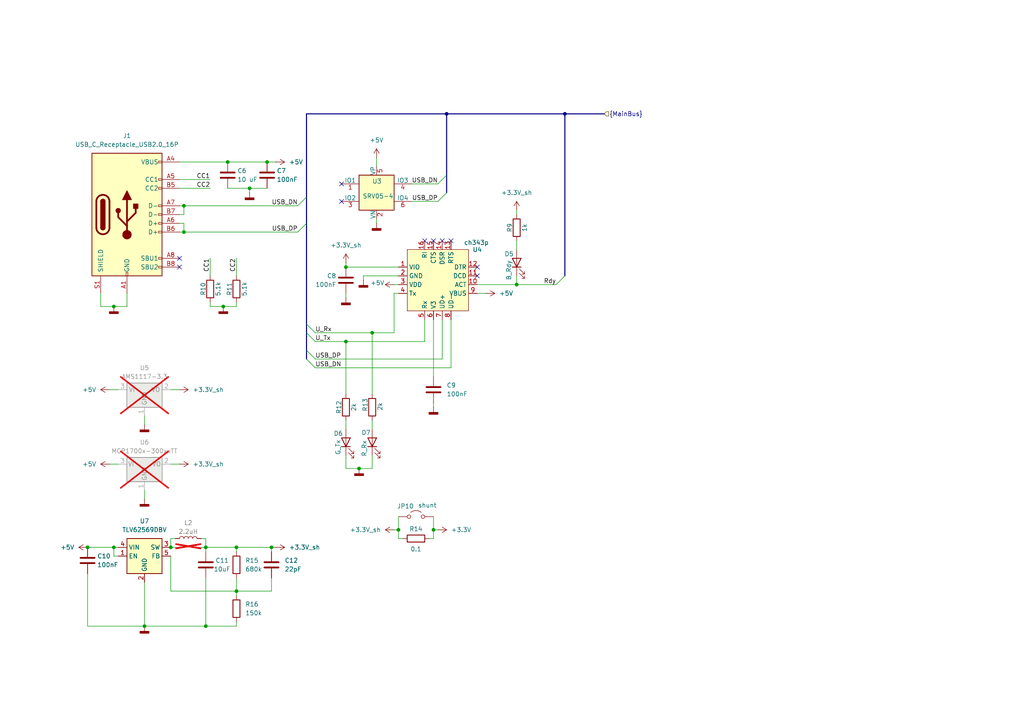
<source format=kicad_sch>
(kicad_sch (version 20231120) (generator "eeschema") (generator_version "8.0")
  (paper "A4")
  (lib_symbols
    (symbol "Connector:USB_C_Receptacle_USB2.0_16P" (pin_names (offset 1.016))
      (property "Reference" "J" (at 0 22.225 0))
      (property "Value" "USB_C_Receptacle_USB2.0_16P" (at 0 19.685 0))
      (symbol "USB_C_Receptacle_USB2.0_16P_0_0"
        (rectangle (start -0.254 -17.78) (end 0.254 -16.764))
        (rectangle (start 10.16 -14.986) (end 9.144 -15.494))
        (rectangle (start 10.16 -12.446) (end 9.144 -12.954))
        (rectangle (start 10.16 -4.826) (end 9.144 -5.334))
        (rectangle (start 10.16 -2.286) (end 9.144 -2.794))
        (rectangle (start 10.16 0.254) (end 9.144 -0.254))
        (rectangle (start 10.16 2.794) (end 9.144 2.286))
        (rectangle (start 10.16 7.874) (end 9.144 7.366))
        (rectangle (start 10.16 10.414) (end 9.144 9.906))
        (rectangle (start 10.16 15.494) (end 9.144 14.986))
      )
      (symbol "USB_C_Receptacle_USB2.0_16P_0_1"
        (rectangle (start -10.16 17.78) (end 10.16 -17.78) (stroke (width 0.254)) (fill (type background)))
        (arc (start -8.89 -3.81) (mid -6.985 -5.7067) (end -5.08 -3.81) (stroke (width 0.508)))
        (arc (start -7.62 -3.81) (mid -6.985 -4.4423) (end -6.35 -3.81) (stroke (width 0.254)))
        (arc (start -7.62 -3.81) (mid -6.985 -4.4423) (end -6.35 -3.81) (stroke (width 0.254)) (fill (type outline)))
        (rectangle (start -7.62 -3.81) (end -6.35 3.81) (stroke (width 0.254)) (fill (type outline)))
        (arc (start -6.35 3.81) (mid -6.985 4.4423) (end -7.62 3.81) (stroke (width 0.254)))
        (arc (start -6.35 3.81) (mid -6.985 4.4423) (end -7.62 3.81) (stroke (width 0.254)) (fill (type outline)))
        (arc (start -5.08 3.81) (mid -6.985 5.7067) (end -8.89 3.81) (stroke (width 0.508)))
        (circle (center -2.54 1.143) (radius 0.635) (stroke (width 0.254)) (fill (type outline)))
        (circle (center 0 -5.842) (radius 1.27) (fill (type outline)))
        (polyline (pts (xy -8.89 -3.81) (xy -8.89 3.81)) (stroke (width 0.508)))
        (polyline (pts (xy -5.08 3.81) (xy -5.08 -3.81)) (stroke (width 0.508)))
        (polyline (pts (xy 0 -5.842) (xy 0 4.318)) (stroke (width 0.508)))
        (polyline (pts (xy 0 -3.302) (xy -2.54 -0.762) (xy -2.54 0.508)) (stroke (width 0.508)))
        (polyline (pts (xy 0 -2.032) (xy 2.54 0.508) (xy 2.54 1.778)) (stroke (width 0.508)))
        (polyline (pts (xy -1.27 4.318) (xy 0 6.858) (xy 1.27 4.318) (xy -1.27 4.318)) (stroke (width 0.254)) (fill (type outline)))
        (rectangle (start 1.905 1.778) (end 3.175 3.048) (stroke (width 0.254)) (fill (type outline)))
      )
      (symbol "USB_C_Receptacle_USB2.0_16P_1_1"
        (pin passive line (at 0 -22.86 90) (length 5.08) (name "GND") (number "A1"))
        (pin passive line (at 0 -22.86 90) (length 5.08) hide (name "GND") (number "A12"))
        (pin passive line (at 15.24 15.24 180) (length 5.08) (name "VBUS") (number "A4"))
        (pin bidirectional line (at 15.24 10.16 180) (length 5.08) (name "CC1") (number "A5"))
        (pin bidirectional line (at 15.24 -2.54 180) (length 5.08) (name "D+") (number "A6"))
        (pin bidirectional line (at 15.24 2.54 180) (length 5.08) (name "D-") (number "A7"))
        (pin bidirectional line (at 15.24 -12.7 180) (length 5.08) (name "SBU1") (number "A8"))
        (pin passive line (at 15.24 15.24 180) (length 5.08) hide (name "VBUS") (number "A9"))
        (pin passive line (at 0 -22.86 90) (length 5.08) hide (name "GND") (number "B1"))
        (pin passive line (at 0 -22.86 90) (length 5.08) hide (name "GND") (number "B12"))
        (pin passive line (at 15.24 15.24 180) (length 5.08) hide (name "VBUS") (number "B4"))
        (pin bidirectional line (at 15.24 7.62 180) (length 5.08) (name "CC2") (number "B5"))
        (pin bidirectional line (at 15.24 -5.08 180) (length 5.08) (name "D+") (number "B6"))
        (pin bidirectional line (at 15.24 0 180) (length 5.08) (name "D-") (number "B7"))
        (pin bidirectional line (at 15.24 -15.24 180) (length 5.08) (name "SBU2") (number "B8"))
        (pin passive line (at 15.24 15.24 180) (length 5.08) hide (name "VBUS") (number "B9"))
        (pin passive line (at -7.62 -22.86 90) (length 5.08) (name "SHIELD") (number "S1"))
      )
    )
    (symbol "Device:C" (pin_numbers hide) (pin_names (offset 0.254))
      (property "Reference" "C" (at 0.635 2.54 0))
      (property "Value" "C" (at 0.635 -2.54 0))
      (symbol "C_0_1"
        (polyline (pts (xy -2.032 -0.762) (xy 2.032 -0.762)) (stroke (width 0.508)))
        (polyline (pts (xy -2.032 0.762) (xy 2.032 0.762)) (stroke (width 0.508)))
      )
      (symbol "C_1_1"
        (pin passive line (at 0 3.81 270) (length 2.794) (name "~") (number "1"))
        (pin passive line (at 0 -3.81 90) (length 2.794) (name "~") (number "2"))
      )
    )
    (symbol "Device:L" (pin_numbers hide) (pin_names (offset 1.016) hide)
      (property "Reference" "L" (at -1.27 0 90))
      (property "Value" "L" (at 1.905 0 90))
      (symbol "L_0_1"
        (arc (start 0 -2.54) (mid 0.6323 -1.905) (end 0 -1.27))
        (arc (start 0 -1.27) (mid 0.6323 -0.635) (end 0 0))
        (arc (start 0 0) (mid 0.6323 0.635) (end 0 1.27))
        (arc (start 0 1.27) (mid 0.6323 1.905) (end 0 2.54))
      )
      (symbol "L_1_1"
        (pin passive line (at 0 3.81 270) (length 1.27) (name "1") (number "1"))
        (pin passive line (at 0 -3.81 90) (length 1.27) (name "2") (number "2"))
      )
    )
    (symbol "Device:LED" (pin_numbers hide) (pin_names (offset 1.016) hide)
      (property "Reference" "D" (at 0 2.54 0))
      (property "Value" "LED" (at 0 -2.54 0))
      (symbol "LED_0_1"
        (polyline (pts (xy -1.27 -1.27) (xy -1.27 1.27)) (stroke (width 0.254)))
        (polyline (pts (xy -1.27 0) (xy 1.27 0)))
        (polyline (pts (xy 1.27 -1.27) (xy 1.27 1.27) (xy -1.27 0) (xy 1.27 -1.27)) (stroke (width 0.254)))
        (polyline (pts (xy -3.048 -0.762) (xy -4.572 -2.286) (xy -3.81 -2.286) (xy -4.572 -2.286) (xy -4.572 -1.524)))
        (polyline (pts (xy -1.778 -0.762) (xy -3.302 -2.286) (xy -2.54 -2.286) (xy -3.302 -2.286) (xy -3.302 -1.524)))
      )
      (symbol "LED_1_1"
        (pin passive line (at -3.81 0 0) (length 2.54) (name "K") (number "1"))
        (pin passive line (at 3.81 0 180) (length 2.54) (name "A") (number "2"))
      )
    )
    (symbol "Device:R" (pin_numbers hide) (pin_names (offset 0))
      (property "Reference" "R" (at 2.032 0 90))
      (property "Value" "R" (at 0 0 90))
      (symbol "R_0_1"
        (rectangle (start -1.016 -2.54) (end 1.016 2.54) (stroke (width 0.254)))
      )
      (symbol "R_1_1"
        (pin passive line (at 0 3.81 270) (length 1.27) (name "~") (number "1"))
        (pin passive line (at 0 -3.81 90) (length 1.27) (name "~") (number "2"))
      )
    )
    (symbol "Jumper:Jumper_2_Open" (pin_numbers hide) (pin_names (offset 0) hide) (exclude_from_sim yes)
      (property "Reference" "JP" (at 0 2.794 0))
      (property "Value" "Jumper_2_Open" (at 0 -2.286 0))
      (symbol "Jumper_2_Open_0_0"
        (circle (center -2.032 0) (radius 0.508))
        (circle (center 2.032 0) (radius 0.508))
      )
      (symbol "Jumper_2_Open_0_1"
        (arc (start 1.524 1.27) (mid 0 1.778) (end -1.524 1.27))
      )
      (symbol "Jumper_2_Open_1_1"
        (pin passive line (at -5.08 0 0) (length 2.54) (name "A") (number "1"))
        (pin passive line (at 5.08 0 180) (length 2.54) (name "B") (number "2"))
      )
    )
    (symbol "LocalLib_comp:CH343P"
      (property "Reference" "U" (at 0 0 0))
      (symbol "CH343P_1_1"
        (rectangle (start -8.89 8.89) (end 8.89 -8.89) (fill (type background)))
        (pin input line (at -11.43 3.81 0) (length 2.54) (name "VIO") (number "1"))
        (pin output line (at 11.43 -1.27 180) (length 2.54) (name "ACT") (number "10"))
        (pin output line (at 11.43 1.27 180) (length 2.54) (name "DCD") (number "11"))
        (pin output line (at 11.43 3.81 180) (length 2.54) (name "DTR") (number "12"))
        (pin output line (at 3.81 11.43 270) (length 2.54) (name "RTS") (number "13"))
        (pin output line (at 1.27 11.43 270) (length 2.54) (name "DSR") (number "14"))
        (pin output line (at -1.27 11.43 270) (length 2.54) (name "CTS") (number "15"))
        (pin output line (at -3.81 11.43 270) (length 2.54) (name "RI") (number "16"))
        (pin input line (at -11.43 1.27 0) (length 2.54) hide (name "GND") (number "17"))
        (pin input line (at -11.43 1.27 0) (length 2.54) (name "GND") (number "2"))
        (pin input line (at -11.43 -1.27 0) (length 2.54) (name "VDD") (number "3"))
        (pin output line (at -11.43 -3.81 0) (length 2.54) (name "Tx") (number "4"))
        (pin input line (at -3.81 -11.43 90) (length 2.54) (name "Rx") (number "5"))
        (pin power_out line (at -1.27 -11.43 90) (length 2.54) (name "V3") (number "6"))
        (pin input line (at 1.27 -11.43 90) (length 2.54) (name "UD+") (number "7"))
        (pin input line (at 3.81 -11.43 90) (length 2.54) (name "UD-") (number "8"))
        (pin power_in line (at 11.43 -3.81 180) (length 2.54) (name "VBUS") (number "9"))
      )
    )
    (symbol "Power_Protection:SRV05-4" (pin_names (offset 0))
      (property "Reference" "U4" (at 3.048 14.986 0))
      (property "Value" "SRV05-4" (at 3.048 12.192 0))
      (symbol "SRV05-4_0_1"
        (rectangle (start -5.08 5.08) (end 5.08 -5.08) (stroke (width 0.254)) (fill (type background)))
      )
      (symbol "SRV05-4_1_1"
        (pin passive line (at -10.16 2.54 0) (length 5.08) (name "IO1") (number "1"))
        (pin passive line (at 0 -7.62 90) (length 2.54) (name "VN") (number "2"))
        (pin passive line (at -10.16 -2.54 0) (length 5.08) (name "IO2") (number "3"))
        (pin passive line (at 10.16 2.54 180) (length 5.08) (name "IO3") (number "4"))
        (pin passive line (at 0 7.62 270) (length 2.54) (name "VP") (number "5"))
        (pin passive line (at 10.16 -2.54 180) (length 5.08) (name "IO4") (number "6"))
      )
    )
    (symbol "Regulator_Linear:AMS1117-3.3"
      (property "Reference" "U" (at -3.81 3.175 0))
      (property "Value" "AMS1117-3.3" (at 0 3.175 0))
      (symbol "AMS1117-3.3_0_1"
        (rectangle (start -5.08 -5.08) (end 5.08 1.905) (stroke (width 0.254)) (fill (type background)))
      )
      (symbol "AMS1117-3.3_1_1"
        (pin power_in line (at 0 -7.62 90) (length 2.54) (name "GND") (number "1"))
        (pin power_out line (at 7.62 0 180) (length 2.54) (name "VO") (number "2"))
        (pin power_in line (at -7.62 0 0) (length 2.54) (name "VI") (number "3"))
      )
    )
    (symbol "Regulator_Linear:MCP1700x-300xxTT" (pin_names (offset 0.254))
      (property "Reference" "U" (at -3.81 3.175 0))
      (property "Value" "MCP1700x-300xxTT" (at 0 3.175 0))
      (symbol "MCP1700x-300xxTT_0_1"
        (rectangle (start -5.08 1.905) (end 5.08 -5.08) (stroke (width 0.254)) (fill (type background)))
      )
      (symbol "MCP1700x-300xxTT_1_1"
        (pin power_in line (at 0 -7.62 90) (length 2.54) (name "GND") (number "1"))
        (pin power_out line (at 7.62 0 180) (length 2.54) (name "VO") (number "2"))
        (pin power_in line (at -7.62 0 0) (length 2.54) (name "VI") (number "3"))
      )
    )
    (symbol "Regulator_Switching:TLV62569DBV"
      (property "Reference" "U" (at -5.08 6.35 0))
      (property "Value" "TLV62569DBV" (at 0 6.35 0))
      (symbol "TLV62569DBV_0_1"
        (rectangle (start -5.08 5.08) (end 5.08 -5.08) (stroke (width 0.254)) (fill (type background)))
      )
      (symbol "TLV62569DBV_1_1"
        (pin input line (at -7.62 0 0) (length 2.54) (name "EN") (number "1"))
        (pin power_in line (at 0 -7.62 90) (length 2.54) (name "GND") (number "2"))
        (pin power_out line (at 7.62 2.54 180) (length 2.54) (name "SW") (number "3"))
        (pin power_in line (at -7.62 2.54 0) (length 2.54) (name "VIN") (number "4"))
        (pin input line (at 7.62 0 180) (length 2.54) (name "FB") (number "5"))
      )
    )
    (symbol "power:+3.3V" (power) (pin_numbers hide) (pin_names (offset 0) hide)
      (property "Value" "+3.3V" (at 0 3.556 0))
      (symbol "+3.3V_0_1"
        (polyline (pts (xy -0.762 1.27) (xy 0 2.54)))
        (polyline (pts (xy 0 0) (xy 0 2.54)))
        (polyline (pts (xy 0 2.54) (xy 0.762 1.27)))
      )
      (symbol "+3.3V_1_1"
        (pin power_in line (at 0 0 90) (length 0) (name "~") (number "1"))
      )
    )
    (symbol "power:+5V" (power) (pin_numbers hide) (pin_names (offset 0) hide)
      (property "Value" "+5V" (at 0 3.556 0))
      (symbol "+5V_0_1"
        (polyline (pts (xy -0.762 1.27) (xy 0 2.54)))
        (polyline (pts (xy 0 0) (xy 0 2.54)))
        (polyline (pts (xy 0 2.54) (xy 0.762 1.27)))
      )
      (symbol "+5V_1_1"
        (pin power_in line (at 0 0 90) (length 0) (name "~") (number "1"))
      )
    )
    (symbol "power:GNDD" (power) (pin_numbers hide) (pin_names (offset 0) hide)
      (property "Value" "GNDD" (at 0 -3.175 0))
      (symbol "GNDD_0_1"
        (rectangle (start -1.27 -1.524) (end 1.27 -2.032) (stroke (width 0.254)) (fill (type outline)))
        (polyline (pts (xy 0 0) (xy 0 -1.524)))
      )
      (symbol "GNDD_1_1"
        (pin power_in line (at 0 0 270) (length 0) (name "~") (number "1"))
      )
    )
  )
  (bus_alias "MainBus" (members "USB_DN" "USB_DP" "Rdy" "U_Tx" "U_Rx" "PF2" "PC14" "PC15" "PB0" "PB6" "PB7" "PA14" "PA13" "PA0" "PA1" "PA2" "PA3" "PA4" "PA5" "PA6" "PA7" "PA11" "PA12"))
  (junction (at 104.14 135.89))
  (junction (at 33.02 158.75))
  (junction (at 129.54 33.02))
  (junction (at 125.73 153.67))
  (junction (at 25.4 158.75))
  (junction (at 33.02 88.9))
  (junction (at 59.69 181.61))
  (junction (at 49.53 158.75))
  (junction (at 68.58 171.45))
  (junction (at 100.33 99.06))
  (junction (at 53.34 59.69))
  (junction (at 77.47 46.99))
  (junction (at 41.91 181.61))
  (junction (at 149.86 82.55))
  (junction (at 115.57 153.67))
  (junction (at 64.77 88.9))
  (junction (at 59.69 158.75))
  (junction (at 68.58 158.75))
  (junction (at 72.39 54.61))
  (junction (at 163.83 33.02))
  (junction (at 78.74 158.75))
  (junction (at 107.95 96.52))
  (junction (at 53.34 67.31))
  (junction (at 100.33 77.47))
  (junction (at 66.04 46.99))
  (no_connect (at 128.27 69.85))
  (no_connect (at 52.07 77.47))
  (no_connect (at 138.43 77.47))
  (no_connect (at 125.73 69.85))
  (no_connect (at 52.07 74.93))
  (no_connect (at 99.06 58.42))
  (no_connect (at 123.19 69.85))
  (no_connect (at 138.43 80.01))
  (no_connect (at 99.06 53.34))
  (no_connect (at 130.81 69.85))
  (bus_entry (at 88.9 57.15) (size -2.54 2.54))
  (bus_entry (at 129.54 55.88) (size -2.54 2.54))
  (bus_entry (at 88.9 104.14) (size 2.54 2.54))
  (bus_entry (at 129.54 50.8) (size -2.54 2.54))
  (bus_entry (at 88.9 64.77) (size -2.54 2.54))
  (bus_entry (at 88.9 101.6) (size 2.54 2.54))
  (bus_entry (at 163.83 80.01) (size -2.54 2.54))
  (bus_entry (at 88.9 96.52) (size 2.54 2.54))
  (bus_entry (at 88.9 93.98) (size 2.54 2.54))
  (bus (pts (xy 163.83 33.02) (xy 163.83 80.01)))
  (wire (pts (xy 53.34 59.69) (xy 86.36 59.69)))
  (wire (pts (xy 59.69 158.75) (xy 68.58 158.75)))
  (wire (pts (xy 52.07 59.69) (xy 53.34 59.69)))
  (wire (pts (xy 125.73 92.71) (xy 125.73 109.22)))
  (wire (pts (xy 25.4 158.75) (xy 33.02 158.75)))
  (wire (pts (xy 52.07 52.07) (xy 60.96 52.07)))
  (wire (pts (xy 130.81 106.68) (xy 130.81 92.71)))
  (wire (pts (xy 60.96 74.93) (xy 60.96 80.01)))
  (wire (pts (xy 34.29 161.29) (xy 33.02 161.29)))
  (wire (pts (xy 100.33 77.47) (xy 115.57 77.47)))
  (bus (pts (xy 129.54 33.02) (xy 163.83 33.02)))
  (wire (pts (xy 109.22 45.72) (xy 109.22 48.26)))
  (wire (pts (xy 66.04 54.61) (xy 72.39 54.61)))
  (wire (pts (xy 72.39 54.61) (xy 72.39 55.88)))
  (wire (pts (xy 114.3 82.55) (xy 115.57 82.55)))
  (wire (pts (xy 119.38 53.34) (xy 127 53.34)))
  (wire (pts (xy 114.3 85.09) (xy 115.57 85.09)))
  (wire (pts (xy 60.96 88.9) (xy 64.77 88.9)))
  (wire (pts (xy 49.53 156.21) (xy 50.8 156.21)))
  (wire (pts (xy 52.07 64.77) (xy 53.34 64.77)))
  (wire (pts (xy 68.58 158.75) (xy 78.74 158.75)))
  (wire (pts (xy 49.53 156.21) (xy 49.53 158.75)))
  (bus (pts (xy 88.9 64.77) (xy 88.9 93.98)))
  (wire (pts (xy 68.58 88.9) (xy 68.58 87.63)))
  (wire (pts (xy 52.07 67.31) (xy 53.34 67.31)))
  (wire (pts (xy 125.73 118.11) (xy 125.73 116.84)))
  (wire (pts (xy 68.58 167.64) (xy 68.58 171.45)))
  (wire (pts (xy 100.33 99.06) (xy 123.19 99.06)))
  (wire (pts (xy 33.02 88.9) (xy 36.83 88.9)))
  (wire (pts (xy 78.74 167.64) (xy 78.74 171.45)))
  (wire (pts (xy 119.38 58.42) (xy 127 58.42)))
  (wire (pts (xy 127 153.67) (xy 125.73 153.67)))
  (wire (pts (xy 29.21 88.9) (xy 33.02 88.9)))
  (wire (pts (xy 72.39 54.61) (xy 77.47 54.61)))
  (wire (pts (xy 115.57 156.21) (xy 116.84 156.21)))
  (wire (pts (xy 115.57 153.67) (xy 115.57 156.21)))
  (wire (pts (xy 80.01 46.99) (xy 77.47 46.99)))
  (wire (pts (xy 114.3 96.52) (xy 107.95 96.52)))
  (wire (pts (xy 31.75 113.03) (xy 34.29 113.03)))
  (wire (pts (xy 161.29 82.55) (xy 149.86 82.55)))
  (wire (pts (xy 59.69 160.02) (xy 59.69 158.75)))
  (wire (pts (xy 66.04 46.99) (xy 52.07 46.99)))
  (wire (pts (xy 52.07 62.23) (xy 53.34 62.23)))
  (wire (pts (xy 68.58 171.45) (xy 78.74 171.45)))
  (wire (pts (xy 100.33 99.06) (xy 100.33 114.3)))
  (wire (pts (xy 123.19 99.06) (xy 123.19 92.71)))
  (wire (pts (xy 107.95 96.52) (xy 107.95 114.3)))
  (wire (pts (xy 36.83 85.09) (xy 36.83 88.9)))
  (wire (pts (xy 49.53 158.75) (xy 50.8 158.75)))
  (wire (pts (xy 68.58 74.93) (xy 68.58 80.01)))
  (wire (pts (xy 100.33 121.92) (xy 100.33 124.46)))
  (bus (pts (xy 88.9 57.15) (xy 88.9 64.77)))
  (wire (pts (xy 140.97 85.09) (xy 138.43 85.09)))
  (wire (pts (xy 91.44 96.52) (xy 107.95 96.52)))
  (wire (pts (xy 114.3 153.67) (xy 115.57 153.67)))
  (wire (pts (xy 100.33 132.08) (xy 100.33 135.89)))
  (wire (pts (xy 64.77 88.9) (xy 68.58 88.9)))
  (wire (pts (xy 59.69 181.61) (xy 68.58 181.61)))
  (wire (pts (xy 107.95 124.46) (xy 107.95 121.92)))
  (wire (pts (xy 125.73 153.67) (xy 125.73 156.21)))
  (wire (pts (xy 109.22 64.77) (xy 109.22 63.5)))
  (wire (pts (xy 68.58 180.34) (xy 68.58 181.61)))
  (wire (pts (xy 33.02 158.75) (xy 34.29 158.75)))
  (wire (pts (xy 114.3 96.52) (xy 114.3 85.09)))
  (wire (pts (xy 41.91 181.61) (xy 59.69 181.61)))
  (wire (pts (xy 58.42 158.75) (xy 59.69 158.75)))
  (wire (pts (xy 115.57 149.86) (xy 115.57 153.67)))
  (wire (pts (xy 80.01 158.75) (xy 78.74 158.75)))
  (wire (pts (xy 53.34 67.31) (xy 86.36 67.31)))
  (wire (pts (xy 49.53 171.45) (xy 68.58 171.45)))
  (wire (pts (xy 125.73 149.86) (xy 125.73 153.67)))
  (wire (pts (xy 41.91 144.78) (xy 41.91 142.24)))
  (wire (pts (xy 149.86 82.55) (xy 149.86 80.01)))
  (wire (pts (xy 100.33 86.36) (xy 100.33 85.09)))
  (bus (pts (xy 88.9 96.52) (xy 88.9 101.6)))
  (wire (pts (xy 31.75 134.62) (xy 34.29 134.62)))
  (bus (pts (xy 88.9 101.6) (xy 88.9 104.14)))
  (wire (pts (xy 77.47 46.99) (xy 66.04 46.99)))
  (wire (pts (xy 25.4 181.61) (xy 41.91 181.61)))
  (wire (pts (xy 60.96 87.63) (xy 60.96 88.9)))
  (wire (pts (xy 68.58 158.75) (xy 68.58 160.02)))
  (wire (pts (xy 52.07 134.62) (xy 49.53 134.62)))
  (wire (pts (xy 149.86 60.96) (xy 149.86 62.23)))
  (wire (pts (xy 68.58 171.45) (xy 68.58 172.72)))
  (wire (pts (xy 25.4 166.37) (xy 25.4 181.61)))
  (wire (pts (xy 100.33 76.2) (xy 100.33 77.47)))
  (wire (pts (xy 104.14 135.89) (xy 107.95 135.89)))
  (wire (pts (xy 91.44 104.14) (xy 128.27 104.14)))
  (wire (pts (xy 33.02 161.29) (xy 33.02 158.75)))
  (wire (pts (xy 41.91 168.91) (xy 41.91 181.61)))
  (wire (pts (xy 91.44 106.68) (xy 130.81 106.68)))
  (bus (pts (xy 129.54 50.8) (xy 129.54 55.88)))
  (wire (pts (xy 128.27 104.14) (xy 128.27 92.71)))
  (wire (pts (xy 53.34 62.23) (xy 53.34 59.69)))
  (wire (pts (xy 53.34 64.77) (xy 53.34 67.31)))
  (wire (pts (xy 29.21 85.09) (xy 29.21 88.9)))
  (bus (pts (xy 88.9 33.02) (xy 88.9 57.15)))
  (wire (pts (xy 52.07 54.61) (xy 60.96 54.61)))
  (wire (pts (xy 41.91 123.19) (xy 41.91 120.65)))
  (wire (pts (xy 149.86 69.85) (xy 149.86 72.39)))
  (wire (pts (xy 105.41 80.01) (xy 115.57 80.01)))
  (wire (pts (xy 107.95 132.08) (xy 107.95 135.89)))
  (wire (pts (xy 59.69 167.64) (xy 59.69 181.61)))
  (bus (pts (xy 88.9 93.98) (xy 88.9 96.52)))
  (bus (pts (xy 129.54 33.02) (xy 129.54 50.8)))
  (wire (pts (xy 49.53 161.29) (xy 49.53 171.45)))
  (wire (pts (xy 105.41 81.28) (xy 105.41 80.01)))
  (wire (pts (xy 59.69 156.21) (xy 58.42 156.21)))
  (wire (pts (xy 59.69 156.21) (xy 59.69 158.75)))
  (wire (pts (xy 125.73 156.21) (xy 124.46 156.21)))
  (wire (pts (xy 91.44 99.06) (xy 100.33 99.06)))
  (bus (pts (xy 163.83 33.02) (xy 175.26 33.02)))
  (wire (pts (xy 78.74 158.75) (xy 78.74 160.02)))
  (wire (pts (xy 100.33 135.89) (xy 104.14 135.89)))
  (bus (pts (xy 88.9 33.02) (xy 129.54 33.02)))
  (wire (pts (xy 52.07 113.03) (xy 49.53 113.03)))
  (wire (pts (xy 138.43 82.55) (xy 149.86 82.55)))
  (label "CC2" (at 60.96 54.61 180))
  (label "USB_DP" (at 91.44 104.14 0))
  (label "USB_DN" (at 86.36 59.69 180))
  (label "USB_DN" (at 91.44 106.68 0))
  (label "CC2" (at 68.58 74.93 270))
  (label "Rdy" (at 161.29 82.55 180))
  (label "USB_DN" (at 127 53.34 180))
  (label "USB_DP" (at 127 58.42 180))
  (label "CC1" (at 60.96 52.07 180))
  (label "U_Rx" (at 91.44 96.52 0))
  (label "USB_DP" (at 86.36 67.31 180))
  (label "U_Tx" (at 91.44 99.06 0))
  (label "CC1" (at 60.96 74.93 270))
  (hierarchical_label "{MainBus}" (shape input) (at 175.26 33.02 0))
  (symbol (lib_id "power:+5V") (at 109.22 45.72 0) (unit 1)
    (property "Reference" "#PWR013" (effects (hide yes)))
    (property "Value" "+5V" (at 109.22 40.64 0))
    (property "Description" "Power symbol creates a global label with name \"+5V\"" (effects (hide yes)))
  )
  (symbol (lib_id "power:GNDD") (at 41.91 123.19 0) (unit 1)
    (property "Reference" "#PWR028" (effects (hide yes)))
    (property "Value" "GNDD" (effects (hide yes)))
    (property "Description" "Power symbol creates a global label with name \"GNDD\" , digital ground" (effects (hide yes)))
  )
  (symbol (lib_id "power:GNDD") (at 109.22 64.77 0) (unit 1)
    (property "Reference" "#PWR017" (effects (hide yes)))
    (property "Value" "GNDD" (effects (hide yes)))
    (property "Description" "Power symbol creates a global label with name \"GNDD\" , digital ground" (effects (hide yes)))
  )
  (symbol (lib_id "Device:LED") (at 100.33 128.27 90) (unit 1)
    (property "Reference" "D6" (at 96.774 125.73 90) (effects (justify right)))
    (property "Value" "G_Tx" (at 98.044 127.508 0) (effects (justify right)))
    (property "Footprint" "LED_SMD:LED_0805_2012Metric_Pad1.15x1.40mm_HandSolder" (effects (hide yes)))
    (property "Description" "Light emitting diode" (effects (hide yes)))
  )
  (symbol (lib_id "Jumper:Jumper_2_Open") (at 120.65 149.86 0) (unit 1) (exclude_from_sim yes)
    (property "Reference" "JP10" (at 117.602 146.812 0))
    (property "Value" "shunt" (at 123.952 146.558 0))
    (property "Footprint" "LocalLib:Jumper_0603" (effects (hide yes)))
    (property "Description" "Jumper, 2-pole, open" (effects (hide yes)))
  )
  (symbol (lib_id "Device:L") (at 54.61 158.75 90) (unit 1) (dnp yes)
    (property "Reference" "L2" (at 54.61 151.638 90))
    (property "Value" "2.2uH" (at 54.61 154.178 90))
    (property "Footprint" "Inductor_SMD:L_1008_2520Metric" (effects (hide yes)))
    (property "Description" "Inductor" (effects (hide yes)))
  )
  (symbol (lib_id "power:+5V") (at 31.75 134.62 90) (unit 1)
    (property "Reference" "#PWR029" (effects (hide yes)))
    (property "Value" "+5V" (at 27.94 134.6199 90) (effects (justify left)))
    (property "Description" "Power symbol creates a global label with name \"+5V\"" (effects (hide yes)))
  )
  (symbol (lib_id "power:GNDD") (at 125.73 118.11 0) (unit 1)
    (property "Reference" "#PWR027" (effects (hide yes)))
    (property "Value" "GNDD" (effects (hide yes)))
    (property "Description" "Power symbol creates a global label with name \"GNDD\" , digital ground" (effects (hide yes)))
  )
  (symbol (lib_id "Device:C") (at 78.74 163.83 0) (unit 1)
    (property "Reference" "C12" (at 82.55 162.5599 0) (effects (justify left)))
    (property "Value" "22pF" (at 82.55 165.0999 0) (effects (justify left)))
    (property "Footprint" "Capacitor_SMD:C_0603_1608Metric_Pad1.08x0.95mm_HandSolder" (effects (hide yes)))
    (property "Description" "Unpolarized capacitor" (effects (hide yes)))
  )
  (symbol (lib_id "Device:R") (at 107.95 118.11 180) (unit 1)
    (property "Reference" "R13" (at 105.918 119.38 90) (effects (justify right)))
    (property "Value" "2k" (at 110.236 119.126 90) (effects (justify right)))
    (property "Footprint" "Resistor_SMD:R_0603_1608Metric" (effects (hide yes)))
    (property "Description" "Resistor" (effects (hide yes)))
  )
  (symbol (lib_id "Device:C") (at 25.4 162.56 0) (unit 1)
    (property "Reference" "C10" (at 28.194 161.29 0) (effects (justify left)))
    (property "Value" "100nF" (at 28.194 163.83 0) (effects (justify left)))
    (property "Footprint" "Capacitor_SMD:C_0603_1608Metric" (effects (hide yes)))
    (property "Description" "Unpolarized capacitor" (effects (hide yes)))
  )
  (symbol (lib_id "power:+3.3V") (at 149.86 60.96 0) (unit 1)
    (property "Reference" "#PWR016" (effects (hide yes)))
    (property "Value" "+3.3V_sh" (at 149.86 55.88 0))
    (property "Description" "Power symbol creates a global label with name \"+3.3V\"" (effects (hide yes)))
  )
  (symbol (lib_id "power:GNDD") (at 41.91 144.78 0) (unit 1)
    (property "Reference" "#PWR032" (effects (hide yes)))
    (property "Value" "GNDD" (effects (hide yes)))
    (property "Description" "Power symbol creates a global label with name \"GNDD\" , digital ground" (effects (hide yes)))
  )
  (symbol (lib_id "Device:C") (at 59.69 163.83 0) (unit 1)
    (property "Reference" "C11" (at 62.484 162.56 0) (effects (justify left)))
    (property "Value" "10uF" (at 61.976 165.1 0) (effects (justify left)))
    (property "Footprint" "Capacitor_SMD:C_0805_2012Metric_Pad1.18x1.45mm_HandSolder" (effects (hide yes)))
    (property "Description" "Unpolarized capacitor" (effects (hide yes)))
  )
  (symbol (lib_id "power:+5V") (at 80.01 46.99 270) (unit 1)
    (property "Reference" "#PWR014" (effects (hide yes)))
    (property "Value" "+5V" (at 83.82 46.9899 90) (effects (justify left)))
    (property "Description" "Power symbol creates a global label with name \"+5V\"" (effects (hide yes)))
  )
  (symbol (lib_id "Device:C") (at 66.04 50.8 0) (unit 1)
    (property "Reference" "C6" (at 68.834 49.53 0) (effects (justify left)))
    (property "Value" "10 uF" (at 68.834 52.07 0) (effects (justify left)))
    (property "Footprint" "Capacitor_SMD:C_0805_2012Metric" (effects (hide yes)))
    (property "Description" "Unpolarized capacitor" (effects (hide yes)))
  )
  (symbol (lib_id "Connector:USB_C_Receptacle_USB2.0_16P") (at 36.83 62.23 0) (unit 1)
    (property "Reference" "J1" (at 36.83 39.37 0))
    (property "Value" "USB_C_Receptacle_USB2.0_16P" (at 36.83 41.91 0))
    (property "Footprint" "Connector_USB:USB_C_Receptacle_G-Switch_GT-USB-7010ASV" (effects (hide yes)))
    (property "Datasheet" "https://www.usb.org/sites/default/files/documents/usb_type-c.zip" (effects (hide yes)))
    (property "Description" "USB 2.0-only 16P Type-C Receptacle connector" (effects (hide yes)))
  )
  (symbol (lib_id "Device:R") (at 68.58 163.83 0) (unit 1)
    (property "Reference" "R15" (at 71.12 162.5599 0) (effects (justify left)))
    (property "Value" "680k" (at 71.12 165.0999 0) (effects (justify left)))
    (property "Footprint" "Resistor_SMD:R_0603_1608Metric_Pad0.98x0.95mm_HandSolder" (effects (hide yes)))
    (property "Description" "Resistor" (effects (hide yes)))
  )
  (symbol (lib_id "Regulator_Switching:TLV62569DBV") (at 41.91 161.29 0) (unit 1)
    (property "Reference" "U7" (at 41.91 151.13 0))
    (property "Value" "TLV62569DBV" (at 41.91 153.67 0))
    (property "Footprint" "Package_TO_SOT_SMD:SOT-23-5" (effects (hide yes)))
    (property "Datasheet" "http://www.ti.com/lit/ds/symlink/tlv62569.pdf" (effects (hide yes)))
    (property "Description" "High Efficiency Synchronous Buck Converter, Adjustable Output 0.6V-5.5V, 2A, SOT-23-5" (effects (hide yes)))
  )
  (symbol (lib_id "Device:R") (at 149.86 66.04 180) (unit 1)
    (property "Reference" "R9" (at 147.828 66.04 90))
    (property "Value" "1k" (at 152.146 66.04 90))
    (property "Footprint" "Resistor_SMD:R_0603_1608Metric" (effects (hide yes)))
    (property "Description" "Resistor" (effects (hide yes)))
  )
  (symbol (lib_id "Device:R") (at 60.96 83.82 180) (unit 1)
    (property "Reference" "R10" (at 58.928 83.82 90))
    (property "Value" "5.1k" (at 63.246 83.82 90))
    (property "Footprint" "Resistor_SMD:R_0603_1608Metric" (effects (hide yes)))
    (property "Description" "Resistor" (effects (hide yes)))
  )
  (symbol (lib_id "power:GNDD") (at 105.41 81.28 0) (unit 1)
    (property "Reference" "#PWR019" (effects (hide yes)))
    (property "Value" "GNDD" (effects (hide yes)))
    (property "Description" "Power symbol creates a global label with name \"GNDD\" , digital ground" (effects (hide yes)))
  )
  (symbol (lib_id "Device:R") (at 68.58 83.82 180) (unit 1)
    (property "Reference" "R11" (at 66.548 83.82 90))
    (property "Value" "5.1k" (at 70.866 83.82 90))
    (property "Footprint" "Resistor_SMD:R_0603_1608Metric" (effects (hide yes)))
    (property "Description" "Resistor" (effects (hide yes)))
  )
  (symbol (lib_id "power:+3.3V") (at 80.01 158.75 270) (unit 1)
    (property "Reference" "#PWR036" (effects (hide yes)))
    (property "Value" "+3.3V_sh" (at 83.82 158.7499 90) (effects (justify left)))
    (property "Description" "Power symbol creates a global label with name \"+3.3V\"" (effects (hide yes)))
  )
  (symbol (lib_id "power:+5V") (at 25.4 158.75 90) (unit 1)
    (property "Reference" "#PWR035" (effects (hide yes)))
    (property "Value" "+5V" (at 21.59 158.7499 90) (effects (justify left)))
    (property "Description" "Power symbol creates a global label with name \"+5V\"" (effects (hide yes)))
  )
  (symbol (lib_id "power:GNDD") (at 33.02 88.9 0) (unit 1)
    (property "Reference" "#PWR023" (effects (hide yes)))
    (property "Value" "GNDD" (effects (hide yes)))
    (property "Description" "Power symbol creates a global label with name \"GNDD\" , digital ground" (effects (hide yes)))
  )
  (symbol (lib_id "Device:R") (at 120.65 156.21 90) (unit 1)
    (property "Reference" "R14" (at 120.65 153.416 90))
    (property "Value" "0.1" (at 120.65 159.258 90))
    (property "Footprint" "Resistor_SMD:R_0805_2012Metric" (effects (hide yes)))
    (property "Description" "Resistor" (effects (hide yes)))
  )
  (symbol (lib_id "Regulator_Linear:MCP1700x-300xxTT") (at 41.91 134.62 0) (unit 1) (dnp yes)
    (property "Reference" "U6" (at 41.91 128.27 0))
    (property "Value" "MCP1700x-300xxTT" (at 41.91 130.81 0))
    (property "Footprint" "Package_TO_SOT_SMD:SOT-23" (effects (hide yes)))
    (property "Datasheet" "http://ww1.microchip.com/downloads/en/DeviceDoc/20001826D.pdf" (effects (hide yes)))
    (property "Description" "250mA Low Quiscent Current LDO, 3.0V output, SOT-23" (effects (hide yes)))
  )
  (symbol (lib_id "LocalLib_comp:CH343P") (at 127 81.28 0) (unit 1)
    (property "Reference" "U4" (at 138.43 72.4214 0))
    (property "Value" "ch343p" (at 138.176 70.358 0))
    (property "Footprint" "Package_DFN_QFN:QFN-16-1EP_3x3mm_P0.5mm_EP1.7x1.7mm_ThermalVias" (effects (hide yes)))
  )
  (symbol (lib_id "power:+3.3V") (at 52.07 134.62 270) (unit 1)
    (property "Reference" "#PWR030" (effects (hide yes)))
    (property "Value" "+3.3V_sh" (at 55.88 134.6199 90) (effects (justify left)))
    (property "Description" "Power symbol creates a global label with name \"+3.3V\"" (effects (hide yes)))
  )
  (symbol (lib_id "power:GNDD") (at 104.14 135.89 0) (unit 1)
    (property "Reference" "#PWR031" (effects (hide yes)))
    (property "Value" "GNDD" (effects (hide yes)))
    (property "Description" "Power symbol creates a global label with name \"GNDD\" , digital ground" (effects (hide yes)))
  )
  (symbol (lib_id "power:+3.3V") (at 52.07 113.03 270) (unit 1)
    (property "Reference" "#PWR026" (effects (hide yes)))
    (property "Value" "+3.3V_sh" (at 55.88 113.0299 90) (effects (justify left)))
    (property "Description" "Power symbol creates a global label with name \"+3.3V\"" (effects (hide yes)))
  )
  (symbol (lib_id "Device:R") (at 68.58 176.53 0) (unit 1)
    (property "Reference" "R16" (at 71.12 175.2599 0) (effects (justify left)))
    (property "Value" "150k" (at 71.12 177.7999 0) (effects (justify left)))
    (property "Footprint" "Resistor_SMD:R_0603_1608Metric_Pad0.98x0.95mm_HandSolder" (effects (hide yes)))
    (property "Description" "Resistor" (effects (hide yes)))
  )
  (symbol (lib_id "Regulator_Linear:AMS1117-3.3") (at 41.91 113.03 0) (unit 1) (dnp yes)
    (property "Reference" "U5" (at 41.91 106.68 0))
    (property "Value" "AMS1117-3.3" (at 41.91 109.22 0))
    (property "Footprint" "Package_TO_SOT_SMD:SOT-223-3_TabPin2" (effects (hide yes)))
    (property "Datasheet" "http://www.advanced-monolithic.com/pdf/ds1117.pdf" (effects (hide yes)))
    (property "Description" "1A Low Dropout regulator, positive, 3.3V fixed output, SOT-223" (effects (hide yes)))
  )
  (symbol (lib_id "Power_Protection:SRV05-4") (at 109.22 55.88 0) (unit 1)
    (property "Reference" "U3" (at 107.95 52.578 0) (effects (justify left)))
    (property "Value" "SRV05-4" (at 105.156 56.896 0) (effects (justify left)))
    (property "Footprint" "Package_TO_SOT_SMD:SOT-23-6" (effects (hide yes)))
    (property "Datasheet" "http://www.onsemi.com/pub/Collateral/SRV05-4-D.PDF" (effects (hide yes)))
    (property "Description" "ESD Protection Diodes with Low Clamping Voltage, SOT-23-6" (effects (hide yes)))
  )
  (symbol (lib_id "power:GNDD") (at 72.39 55.88 0) (unit 1)
    (property "Reference" "#PWR015" (effects (hide yes)))
    (property "Value" "GNDD" (effects (hide yes)))
    (property "Description" "Power symbol creates a global label with name \"GNDD\" , digital ground" (effects (hide yes)))
  )
  (symbol (lib_id "power:+5V") (at 140.97 85.09 270) (unit 1)
    (property "Reference" "#PWR021" (effects (hide yes)))
    (property "Value" "+5V" (at 144.78 85.0899 90) (effects (justify left)))
    (property "Description" "Power symbol creates a global label with name \"+5V\"" (effects (hide yes)))
  )
  (symbol (lib_id "power:+5V") (at 114.3 82.55 90) (unit 1)
    (property "Reference" "#PWR020" (effects (hide yes)))
    (property "Value" "+5V" (at 111.506 82.042 90) (effects (justify left)))
    (property "Description" "Power symbol creates a global label with name \"+5V\"" (effects (hide yes)))
  )
  (symbol (lib_id "Device:LED") (at 107.95 128.27 90) (unit 1)
    (property "Reference" "D7" (at 106.172 125.476 90))
    (property "Value" "R_Rx" (at 105.664 130.048 0))
    (property "Footprint" "LED_SMD:LED_0805_2012Metric_Pad1.15x1.40mm_HandSolder" (effects (hide yes)))
    (property "Description" "Light emitting diode" (effects (hide yes)))
  )
  (symbol (lib_id "power:+3.3V") (at 100.33 76.2 0) (unit 1)
    (property "Reference" "#PWR018" (effects (hide yes)))
    (property "Value" "+3.3V_sh" (at 100.33 71.12 0))
    (property "Description" "Power symbol creates a global label with name \"+3.3V\"" (effects (hide yes)))
  )
  (symbol (lib_id "Device:C") (at 125.73 113.03 0) (unit 1)
    (property "Reference" "C9" (at 129.54 111.7599 0) (effects (justify left)))
    (property "Value" "100nF" (at 129.54 114.2999 0) (effects (justify left)))
    (property "Footprint" "Capacitor_SMD:C_0603_1608Metric" (effects (hide yes)))
    (property "Description" "Unpolarized capacitor" (effects (hide yes)))
  )
  (symbol (lib_id "power:GNDD") (at 64.77 88.9 0) (unit 1)
    (property "Reference" "#PWR024" (effects (hide yes)))
    (property "Value" "GNDD" (effects (hide yes)))
    (property "Description" "Power symbol creates a global label with name \"GNDD\" , digital ground" (effects (hide yes)))
  )
  (symbol (lib_id "power:GNDD") (at 100.33 86.36 0) (unit 1)
    (property "Reference" "#PWR022" (effects (hide yes)))
    (property "Value" "GNDD" (effects (hide yes)))
    (property "Description" "Power symbol creates a global label with name \"GNDD\" , digital ground" (effects (hide yes)))
  )
  (symbol (lib_id "Device:C") (at 77.47 50.8 0) (unit 1)
    (property "Reference" "C7" (at 80.264 49.53 0) (effects (justify left)))
    (property "Value" "100nF" (at 80.264 52.07 0) (effects (justify left)))
    (property "Footprint" "Capacitor_SMD:C_0603_1608Metric" (effects (hide yes)))
    (property "Description" "Unpolarized capacitor" (effects (hide yes)))
  )
  (symbol (lib_id "Device:LED") (at 149.86 76.2 90) (unit 1)
    (property "Reference" "D5" (at 146.304 73.66 90) (effects (justify right)))
    (property "Value" "B_Rdy" (at 147.574 75.438 0) (effects (justify right)))
    (property "Footprint" "LED_SMD:LED_0805_2012Metric_Pad1.15x1.40mm_HandSolder" (effects (hide yes)))
    (property "Description" "Light emitting diode" (effects (hide yes)))
  )
  (symbol (lib_id "power:GNDD") (at 41.91 181.61 0) (unit 1)
    (property "Reference" "#PWR037" (effects (hide yes)))
    (property "Value" "GNDD" (effects (hide yes)))
    (property "Description" "Power symbol creates a global label with name \"GNDD\" , digital ground" (effects (hide yes)))
  )
  (symbol (lib_id "power:+3.3V") (at 114.3 153.67 90) (unit 1)
    (property "Reference" "#PWR033" (effects (hide yes)))
    (property "Value" "+3.3V_sh" (at 110.49 153.6699 90) (effects (justify left)))
    (property "Description" "Power symbol creates a global label with name \"+3.3V\"" (effects (hide yes)))
  )
  (symbol (lib_id "Device:L") (at 54.61 156.21 90) (unit 1)
    (property "Reference" "L1" (effects (hide yes)))
    (property "Value" "2.2uH" (effects (hide yes)))
    (property "Footprint" "Inductor_SMD:L_Chilisin_BMRA00040420" (effects (hide yes)))
    (property "Description" "Inductor" (effects (hide yes)))
  )
  (symbol (lib_id "Device:C") (at 100.33 81.28 0) (mirror y) (unit 1)
    (property "Reference" "C8" (at 97.536 80.01 0) (effects (justify left)))
    (property "Value" "100nF" (at 97.536 82.55 0) (effects (justify left)))
    (property "Footprint" "Capacitor_SMD:C_0603_1608Metric" (effects (hide yes)))
    (property "Description" "Unpolarized capacitor" (effects (hide yes)))
  )
  (symbol (lib_id "power:+3.3V") (at 127 153.67 270) (unit 1)
    (property "Reference" "#PWR034" (effects (hide yes)))
    (property "Value" "+3.3V" (at 130.81 153.6699 90) (effects (justify left)))
    (property "Description" "Power symbol creates a global label with name \"+3.3V\"" (effects (hide yes)))
  )
  (symbol (lib_id "Device:R") (at 100.33 118.11 180) (unit 1)
    (property "Reference" "R12" (at 98.298 118.11 90))
    (property "Value" "2k" (at 102.616 118.11 90))
    (property "Footprint" "Resistor_SMD:R_0603_1608Metric" (effects (hide yes)))
    (property "Description" "Resistor" (effects (hide yes)))
  )
  (symbol (lib_id "power:+5V") (at 31.75 113.03 90) (unit 1)
    (property "Reference" "#PWR025" (effects (hide yes)))
    (property "Value" "+5V" (at 27.94 113.0299 90) (effects (justify left)))
    (property "Description" "Power symbol creates a global label with name \"+5V\"" (effects (hide yes)))
  )
)
</source>
